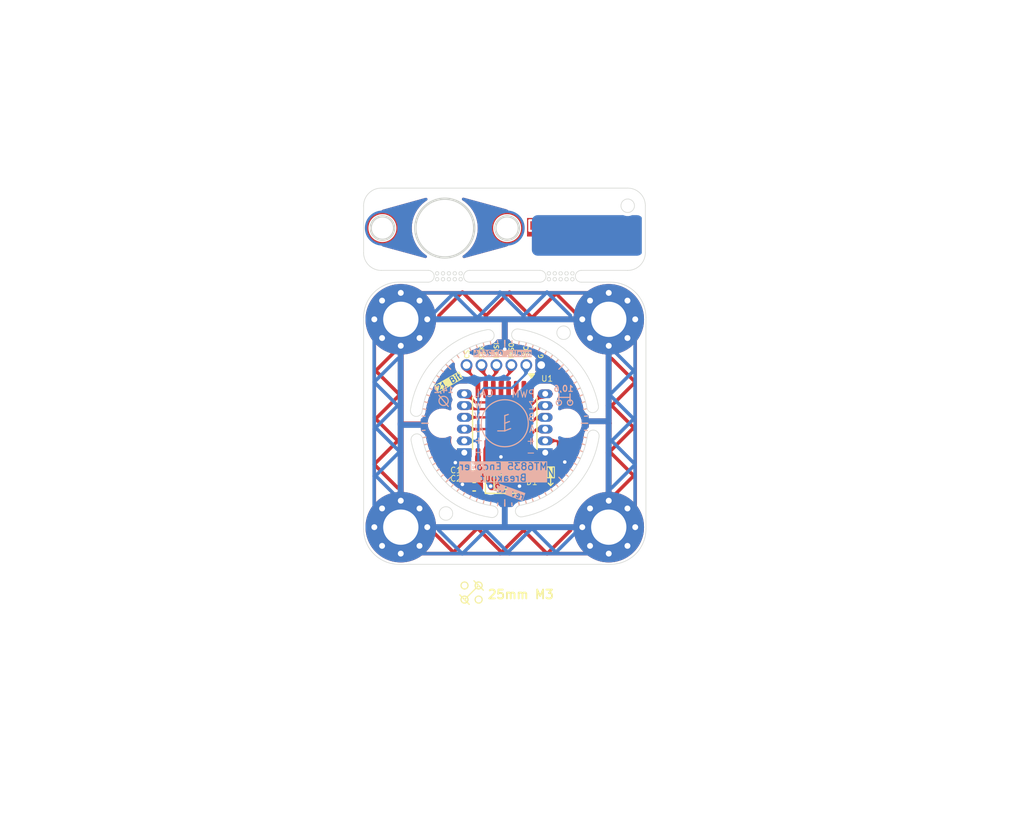
<source format=kicad_pcb>
(kicad_pcb (version 20240108) (generator "pcbnew") (generator_version "8.0")
  (title_block (title "MT6835 Breakout (eg. for Hoverboard Motors)") (date "2024-07-08") (rev "1.1") (company "mcells"))
  (layers (0 "F.Cu" signal) (31 "B.Cu" signal) (34 "B.Paste" user) (35 "F.Paste" user) (36 "B.SilkS" user "B.Silkscreen") (37 "F.SilkS" user "F.Silkscreen") (38 "B.Mask" user) (39 "F.Mask" user) (44 "Edge.Cuts" user))
  (net 0 "")
  (net 1 "GND")
  (net 2 "Net-(D1-A1)")
  (net 3 "unconnected-(U1-CSN-Pad8)")
  (net 4 "unconnected-(U1-U-Pad1)")
  (net 5 "unconnected-(U1-B-Pad15)")
  (net 6 "unconnected-(U1-V-Pad2)")
  (net 7 "unconnected-(U1-CAL_EN-Pad4)")
  (net 8 "unconnected-(U1-PWM_OUT-Pad10)")
  (net 9 "unconnected-(U1-MOSI-Pad6)")
  (net 10 "unconnected-(U1-SCK-Pad7)")
  (net 11 "unconnected-(U1-Z-Pad14)")
  (net 12 "unconnected-(U1-A-Pad16)")
  (net 13 "unconnected-(U1-MISO-Pad5)")
  (net 14 "unconnected-(U1-W-Pad3)")
  (footprint "Package_SO:TSSOP-16_4.4x5mm_P0.65mm" (layer "F.Cu") (at 150 90 -90)
    (property "Reference" "U1")
    (property "Value" "MT6835")
  )
  (footprint "MountingHole:MountingHole_2.1mm" (layer "F.Cu") (at 144.7 90)
    (property "Reference" "REF**" (hide yes))
    (property "Value" "MountingHole_2.1mm")
  )
  (footprint "MountingHole:MountingHole_3mm_Pad_Via" (layer "F.Cu") (at 158.838835 98.838835 45)
    (property "Reference" "REF**" (hide yes))
    (property "Value" "MountingHole_3mm_Pad_Via")
  )
  (footprint "MountingHole:MountingHole_3mm_Pad_Via" (layer "F.Cu") (at 141.161165 81.161165 45)
    (property "Reference" "REF**" (hide yes))
    (property "Value" "MountingHole_3mm_Pad_Via")
  )
  (footprint "MountingHole:MountingHole_3mm_Pad_Via" (layer "F.Cu") (at 158.838835 81.161165 45)
    (property "Reference" "REF**" (hide yes))
    (property "Value" "MountingHole_3mm_Pad_Via")
  )
  (footprint "Diode_SMD:D_SOD-882D" (layer "F.Cu") (at 150 95)
    (property "Reference" "D1")
    (property "Value" "BDFN2A051U")
  )
  (footprint "MountingHole:MountingHole_3mm_Pad_Via" (layer "F.Cu") (at 141.161165 98.838835 45)
    (property "Reference" "REF**" (hide yes))
    (property "Value" "MountingHole_3mm_Pad_Via")
  )
  (footprint "Diode_SMD:D_0805_2012Metric" (layer "F.Cu") (at 150.0375 95)
    (property "Reference" "REF**" (hide yes))
    (property "Value" "D_0805_2012Metric")
  )
  (footprint "MountingHole:MountingHole_2.1mm" (layer "F.Cu") (at 155.3 90)
    (property "Reference" "REF**" (hide yes))
    (property "Value" "MountingHole_2.1mm")
  )
  (footprint "Capacitor_SMD:C_0402_1005Metric" (layer "F.Cu") (at 147.4 94.4)
    (property "Reference" "C1")
    (property "Value" "0.1µF")
  )
  (footprint "Capacitor_SMD:C_0402_1005Metric" (layer "F.Cu") (at 147.4 95.4)
    (property "Reference" "C2")
    (property "Value" "0.1µF")
  )
  (footprint "Connector_PinHeader_1.00mm:PinHeader_1x06_P1.00mm_Vertical" (layer "B.Cu") (at 153.44 92.5)
    (property "Reference" "J2" (hide yes))
    (property "Value" "PinHeader_1x06_P1.00mm_Vertical")
  )
  (footprint "Connector_PinHeader_1.00mm:PinHeader_1x06_P1.00mm_Vertical" (layer "B.Cu") (at 146.56 92.5)
    (property "Reference" "J3" (hide yes))
    (property "Value" "PinHeader_1x06_P1.00mm_Vertical")
  )
  (footprint "Connector_PinHeader_1.27mm:PinHeader_1x06_P1.27mm_Vertical" (layer "B.Cu") (at 153.1 85.05 90)
    (property "Reference" "J1" (hide yes))
    (property "Value" "PinHeader_1x06_P1.27mm_Vertical")
  )
  (gr_circle (center 150.2 73.4) (end 151.50384 73.4) (stroke (width 0.23)) (fill none) (layer "F.Cu") (net 1))
  (gr_circle (center 139.6 73.4) (end 140.90384 73.4) (stroke (width 0.23)) (fill none) (layer "F.Cu") (net 1))
  (gr_circle (center 139.6 73.4) (end 140.992839 73.4) (stroke (width 0.2)) (fill none) (layer "B.Cu") (net 1))
  (gr_circle (center 150.2 73.4) (end 151.592839 73.4) (stroke (width 0.2)) (fill none) (layer "B.Cu") (net 1))
  (gr_line (start 155.400613 85.468347) (end 155.209102 85.629044) (stroke (width 0.1)) (layer "B.SilkS"))
  (gr_line (start 145.468347 95.400613) (end 145.629044 95.209102) (stroke (width 0.1)) (layer "B.SilkS"))
  (gr_circle (center 155.55 88.25) (end 155.75 88.35) (stroke (width 0.1)) (fill none) (layer "B.SilkS"))
  (gr_line (start 145.014897 85.014897) (end 145.191674 85.191674) (stroke (width 0.1)) (layer "B.SilkS"))
  (gr_line (start 150 97.05) (end 150 96.8) (stroke (width 0.1)) (layer "B.SilkS"))
  (gr_line (start 156.624833 87.588758) (end 156.38991 87.674263) (stroke (width 0.1)) (layer "B.SilkS"))
  (gr_line (start 143.057105 88.77578) (end 143.303307 88.819192) (stroke (width 0.1)) (layer "B.SilkS"))
  (gr_line (start 150.614448 82.976827) (end 150.592659 83.225876) (stroke (width 0.1)) (layer "B.SilkS"))
  (gr_line (start 155.775022 94.043714) (end 155.570234 93.90032) (stroke (width 0.1)) (layer "B.SilkS"))
  (gr_line (start 156.942895 88.77578) (end 156.696693 88.819192) (stroke (width 0.1)) (layer "B.SilkS"))
  (gr_line (start 145.956286 84.224978) (end 146.09968 84.429766) (stroke (width 0.1)) (layer "B.SilkS"))
  (gr_line (start 151.22422 83.057105) (end 151.180808 83.303307) (stroke (width 0.1)) (layer "B.SilkS"))
  (gr_line (start 145.468347 84.599387) (end 145.629044 84.790898) (stroke (width 0.1)) (layer "B.SilkS"))
  (gr_line (start 150 97.05) (end 150 96.5) (stroke (width 0.1)) (layer "B.SilkS"))
  (gr_line (start 157.05 90) (end 156.5 90) (stroke (width 0.1)) (layer "B.SilkS"))
  (gr_line (start 151.824674 96.809777) (end 151.759969 96.568296) (stroke (width 0.1)) (layer "B.SilkS"))
  (gr_line (start 154.043714 95.775022) (end 153.90032 95.570234) (stroke (width 0.1)) (layer "B.SilkS"))
  (gr_line (start 143.375167 87.588758) (end 143.61009 87.674263) (stroke (width 0.1)) (layer "B.SilkS"))
  (gr_line (start 156.809777 91.824674) (end 156.568296 91.759969) (stroke (width 0.1)) (layer "B.SilkS"))
  (gr_line (start 153.525 96.105479) (end 153.4 95.888973) (stroke (width 0.1)) (layer "B.SilkS"))
  (gr_line (start 145.014897 94.985103) (end 145.191674 94.808326) (stroke (width 0.1)) (layer "B.SilkS"))
  (gr_circle (center 144.8 88.1) (end 145.1 87.85) (stroke (width 0.1)) (fill none) (layer "B.SilkS"))
  (gr_line (start 147.020541 96.38947) (end 147.126196 96.162893) (stroke (width 0.1)) (layer "B.SilkS"))
  (gr_line (start 156.809777 88.175326) (end 156.568296 88.240031) (stroke (width 0.1)) (layer "B.SilkS"))
  (gr_line (start 154.985103 94.985103) (end 154.596194 94.596194) (stroke (width 0.1)) (layer "B.SilkS"))
  (gr_line (start 150 89.35) (end 150 90.65) (stroke (width 0.1)) (layer "B.SilkS"))
  (gr_line (start 142.976827 90.614448) (end 143.225876 90.592659) (stroke (width 0.1)) (layer "B.SilkS"))
  (gr_line (start 156.942895 91.22422) (end 156.696693 91.180808) (stroke (width 0.1)) (layer "B.SilkS"))
  (gr_line (start 155.400613 94.531653) (end 155.209102 94.370956) (stroke (width 0.1)) (layer "B.SilkS"))
  (gr_line (start 143.61053 92.979459) (end 143.837107 92.873804) (stroke (width 0.1)) (layer "B.SilkS"))
  (gr_line (start 154.985103 85.014897) (end 154.596194 85.403806) (stroke (width 0.1)) (layer "B.SilkS"))
  (gr_line (start 142.95 90) (end 143.5 90) (stroke (width 0.1)) (layer "B.SilkS"))
  (gr_line (start 151.22422 96.942895) (end 151.180808 96.696693) (stroke (width 0.1)) (layer "B.SilkS"))
  (gr_line (start 144.599387 94.531653) (end 144.790898 94.370956) (stroke (width 0.1)) (layer "B.SilkS"))
  (gr_line (start 150 82.95) (end 150 83.2) (stroke (width 0.1)) (layer "B.SilkS"))
  (gr_line (start 154.531653 84.599387) (end 154.370956 84.790898) (stroke (width 0.1)) (layer "B.SilkS"))
  (gr_line (start 142.976827 89.385552) (end 143.225876 89.407341) (stroke (width 0.1)) (layer "B.SilkS"))
  (gr_line (start 154.985103 85.014897) (end 154.808326 85.191674) (stroke (width 0.1)) (layer "B.SilkS"))
  (gr_line (start 157.023173 89.385552) (end 156.774124 89.407341) (stroke (width 0.1)) (layer "B.SilkS"))
  (gr_line (start 152.979459 96.38947) (end 152.873804 96.162893) (stroke (width 0.1)) (layer "B.SilkS"))
  (gr_line (start 153.525 83.894521) (end 153.4 84.111027) (stroke (width 0.1)) (layer "B.SilkS"))
  (gr_line (start 150.614448 97.023173) (end 150.592659 96.774124) (stroke (width 0.1)) (layer "B.SilkS"))
  (gr_line (start 143.894521 86.475) (end 144.111027 86.6) (stroke (width 0.1)) (layer "B.SilkS"))
  (gr_line (start 157.023173 90.614448) (end 156.774124 90.592659) (stroke (width 0.1)) (layer "B.SilkS"))
  (gr_line (start 151.824674 83.190223) (end 151.759969 83.431704) (stroke (width 0.1)) (layer "B.SilkS"))
  (gr_line (start 155.55 88.2) (end 155.55 87.5) (stroke (width 0.1)) (layer "B.SilkS"))
  (gr_line (start 150 90) (end 150.4 89.85) (stroke (width 0.1)) (layer "B.SilkS"))
  (gr_circle (center 150 90) (end 152 90) (stroke (width 0.1)) (fill none) (layer "B.SilkS"))
  (gr_line (start 154.531653 95.400613) (end 154.370956 95.209102) (stroke (width 0.1)) (layer "B.SilkS"))
  (gr_line (start 150 89.35) (end 150.3 89.25) (stroke (width 0.1)) (layer "B.SilkS"))
  (gr_line (start 149.385552 97.023173) (end 149.407341 96.774124) (stroke (width 0.1)) (layer "B.SilkS"))
  (gr_line (start 146.475 96.105479) (end 146.6 95.888973) (stroke (width 0.1)) (layer "B.SilkS"))
  (gr_line (start 148.175326 83.190223) (end 148.240031 83.431704) (stroke (width 0.1)) (layer "B.SilkS"))
  (gr_line (start 154.6 87.5) (end 154.6 88.2) (stroke (width 0.1)) (layer "B.SilkS"))
  (gr_line (start 156.105479 86.475) (end 155.888973 86.6) (stroke (width 0.1)) (layer "B.SilkS"))
  (gr_line (start 143.190223 91.824674) (end 143.431704 91.759969) (stroke (width 0.1)) (layer "B.SilkS"))
  (gr_line (start 147.020541 83.61053) (end 147.126196 83.837107) (stroke (width 0.1)) (layer "B.SilkS"))
  (gr_line (start 154.985103 94.985103) (end 154.808326 94.808326) (stroke (width 0.1)) (layer "B.SilkS"))
  (gr_line (start 152.411242 83.375167) (end 152.325737 83.61009) (stroke (width 0.1)) (layer "B.SilkS"))
  (gr_line (start 143.190223 88.175326) (end 143.431704 88.240031) (stroke (width 0.1)) (layer "B.SilkS"))
  (gr_line (start 145.014897 94.985103) (end 145.403806 94.596194) (stroke (width 0.1)) (layer "B.SilkS"))
  (gr_line (start 144.224978 94.043714) (end 144.429766 93.90032) (stroke (width 0.1)) (layer "B.SilkS"))
  (gr_line (start 156.38947 87.020541) (end 156.162893 87.126196) (stroke (width 0.1)) (layer "B.SilkS"))
  (gr_line (start 157.05 90) (end 156.8 90) (stroke (width 0.1)) (layer "B.SilkS"))
  (gr_line (start 144.599387 85.468347) (end 144.790898 85.629044) (stroke (width 0.1)) (layer "B.SilkS"))
  (gr_line (start 155.775022 85.956286) (end 155.570234 86.09968) (stroke (width 0.1)) (layer "B.SilkS"))
  (gr_line (start 154.043714 84.224978) (end 153.90032 84.429766) (stroke (width 0.1)) (layer "B.SilkS"))
  (gr_line (start 145.956286 95.775022) (end 146.09968 95.570234) (stroke (width 0.1)) (layer "B.SilkS"))
  (gr_line (start 148.77578 83.057105) (end 148.819192 83.303307) (stroke (width 0.1)) (layer "B.SilkS"))
  (gr_line (start 152.979459 83.61053) (end 152.873804 83.837107) (stroke (width 0.1)) (layer "B.SilkS"))
  (gr_line (start 150 90.65) (end 149.4 90.65) (stroke (width 0.1)) (layer "B.SilkS"))
  (gr_line (start 156.38947 92.979459) (end 156.162893 92.873804) (stroke (width 0.1)) (layer "B.SilkS"))
  (gr_line (start 144.224978 85.956286) (end 144.429766 86.09968) (stroke (width 0.1)) (layer "B.SilkS"))
  (gr_line (start 152.411242 96.624833) (end 152.325737 96.38991) (stroke (width 0.1)) (layer "B.SilkS"))
  (gr_line (start 148.77578 96.942895) (end 148.819192 96.696693) (stroke (width 0.1)) (layer "B.SilkS"))
  (gr_line (start 156.624833 92.411242) (end 156.38991 92.325737) (stroke (width 0.1)) (layer "B.SilkS"))
  (gr_line (start 146.475 83.894521) (end 146.6 84.111027) (stroke (width 0.1)) (layer "B.SilkS"))
  (gr_line (start 147.588758 83.375167) (end 147.674263 83.61009) (stroke (width 0.1)) (layer "B.SilkS"))
  (gr_line (start 150 90.65) (end 150.5 90.45) (stroke (width 0.1)) (layer "B.SilkS"))
  (gr_line (start 143.057105 91.22422) (end 143.303307 91.180808) (stroke (width 0.1)) (layer "B.SilkS"))
  (gr_line (start 149.385552 82.976827) (end 149.407341 83.225876) (stroke (width 0.1)) (layer "B.SilkS"))
  (gr_line (start 150 82.95) (end 150 83.5) (stroke (width 0.1)) (layer "B.SilkS"))
  (gr_line (start 148.175326 96.809777) (end 148.240031 96.568296) (stroke (width 0.1)) (layer "B.SilkS"))
  (gr_line (start 154.6 87.8) (end 155.55 87.8) (stroke (width 0.1)) (layer "B.SilkS"))
  (gr_line (start 156.105479 93.525) (end 155.888973 93.4) (stroke (width 0.1)) (layer "B.SilkS"))
  (gr_line (start 145.014897 85.014897) (end 145.403806 85.403806) (stroke (width 0.1)) (layer "B.SilkS"))
  (gr_line (start 144.4 87.625) (end 145.2 88.575) (stroke (width 0.1)) (layer "B.SilkS"))
  (gr_circle (center 154.6 88.25) (end 154.8 88.35) (stroke (width 0.1)) (fill none) (layer "B.SilkS"))
  (gr_line (start 143.894521 93.525) (end 144.111027 93.4) (stroke (width 0.1)) (layer "B.SilkS"))
  (gr_line (start 142.95 90) (end 143.2 90) (stroke (width 0.1)) (layer "B.SilkS"))
  (gr_line (start 143.61053 87.020541) (end 143.837107 87.126196) (stroke (width 0.1)) (layer "B.SilkS"))
  (gr_line (start 143.375167 92.411242) (end 143.61009 92.325737) (stroke (width 0.1)) (layer "B.SilkS"))
  (gr_line (start 147.588758 96.624833) (end 147.674263 96.38991) (stroke (width 0.1)) (layer "B.SilkS"))
  (gr_line (start 146.57857 105) (end 146.97857 105.4) (stroke (width 0.1)) (layer "F.SilkS"))
  (gr_line (start 146.87857 105.3) (end 146.57857 105) (stroke (width 0.1)) (layer "F.SilkS"))
  (gr_line (start 146.17857 104.6) (end 146.57857 105) (stroke (width 0.1)) (layer "F.SilkS"))
  (gr_circle (center 146.57857 103.8) (end 146.27857 103.8) (stroke (width 0.1)) (fill none) (layer "F.SilkS"))
  (gr_circle (center 146.57857 105) (end 146.27857 105) (stroke (width 0.1)) (fill none) (layer "F.SilkS"))
  (gr_line (start 147.37857 103.4) (end 147.77857 103.8) (stroke (width 0.1)) (layer "F.SilkS"))
  (gr_circle (center 147.77857 103.8) (end 147.47857 103.8) (stroke (width 0.1)) (fill none) (layer "F.SilkS"))
  (gr_line (start 148.17857 104.2) (end 147.77857 103.8) (stroke (width 0.1)) (layer "F.SilkS"))
  (gr_line (start 153.9 94.4) (end 153.9 95.3) (stroke (width 0.1)) (layer "F.SilkS"))
  (gr_line (start 146.57857 105) (end 147.77857 103.8) (stroke (width 0.1)) (layer "F.SilkS"))
  (gr_line (start 153.7 95.1) (end 153.9 95.3) (stroke (width 0.1)) (layer "F.SilkS"))
  (gr_line (start 147.77857 103.8) (end 147.67857 103.7) (stroke (width 0.1)) (layer "F.SilkS"))
  (gr_line (start 153.9 95.3) (end 154.1 95.1) (stroke (width 0.1)) (layer "F.SilkS"))
  (gr_line (start 153.9 95.3) (end 153.7 95.1) (stroke (width 0.1)) (layer "F.SilkS"))
  (gr_circle (center 147.77857 105) (end 147.47857 105) (stroke (width 0.1)) (fill none) (layer "F.SilkS"))
  (gr_arc (start 139.5 77) (mid 138.43934 76.56066) (end 138 75.5) (stroke (width 0.05)) (layer "Edge.Cuts"))
  (gr_line (start 139.5 70) (end 160.45 70) (stroke (width 0.05)) (layer "Edge.Cuts"))
  (gr_line (start 138 99) (end 138 81) (stroke (width 0.05)) (layer "Edge.Cuts"))
  (gr_arc (start 147 78) (mid 146.5 77.5) (end 147 77) (stroke (width 0.05)) (layer "Edge.Cuts"))
  (gr_line (start 141 78) (end 143.5 78) (stroke (width 0.05)) (layer "Edge.Cuts"))
  (gr_circle (center 145 97.676) (end 145.576 97.676) (stroke (width 0.05)) (fill none) (layer "Edge.Cuts"))
  (gr_circle (center 145.75 77.25) (end 145.75 77.4) (stroke (width 0.05)) (fill none) (layer "Edge.Cuts"))
  (gr_circle (center 154.25 77.75) (end 154.25 77.9) (stroke (width 0.05)) (fill none) (layer "Edge.Cuts"))
  (gr_circle (center 146.25 77.25) (end 146.25 77.4) (stroke (width 0.05)) (fill none) (layer "Edge.Cuts"))
  (gr_circle (center 153.75 77.75) (end 153.75 77.9) (stroke (width 0.05)) (fill none) (layer "Edge.Cuts"))
  (gr_circle (center 146.25 77.75) (end 146.25 77.9) (stroke (width 0.05)) (fill none) (layer "Edge.Cuts"))
  (gr_circle (center 144.25 77.25) (end 144.25 77.4) (stroke (width 0.05)) (fill none) (layer "Edge.Cuts"))
  (gr_line (start 159 102) (end 141 102) (stroke (width 0.05)) (layer "Edge.Cuts"))
  (gr_circle (center 154.25 77.25) (end 154.25 77.4) (stroke (width 0.05)) (fill none) (layer "Edge.Cuts"))
  (gr_line (start 153 78) (end 147 78) (stroke (width 0.05)) (layer "Edge.Cuts"))
  (gr_circle (center 145.75 77.75) (end 145.75 77.9) (stroke (width 0.05)) (fill none) (layer "Edge.Cuts"))
  (gr_circle (center 144.75 77.25) (end 144.75 77.4) (stroke (width 0.05)) (fill none) (layer "Edge.Cuts"))
  (gr_circle (center 153.75 77.25) (end 153.75 77.4) (stroke (width 0.05)) (fill none) (layer "Edge.Cuts"))
  (gr_circle (center 144.75 77.75) (end 144.75 77.9) (stroke (width 0.05)) (fill none) (layer "Edge.Cuts"))
  (gr_arc (start 162 99) (mid 161.12132 101.12132) (end 159 102) (stroke (width 0.05)) (layer "Edge.Cuts"))
  (gr_circle (center 155 82.3) (end 155.576 82.3) (stroke (width 0.05)) (fill none) (layer "Edge.Cuts"))
  (gr_line (start 147 77) (end 153 77) (stroke (width 0.05)) (layer "Edge.Cuts"))
  (gr_poly (pts (xy 142.971861 88.991978) (xy 142.936624 89.117658) (xy 142.870059 89.229935) (xy 142.776703 89.321158) (xy 142.662917 89.385111) (xy 142.536457 89.417434) (xy 142.405939 89.415926) (xy 142.280259 89.380689) (xy 142.167982 89.314124) (xy 142.076759 89.220768) (xy 142.012806 89.106982) (xy 141.980483 88.980522) (xy 141.981991 88.850004) (xy 142.07433 88.328261) (xy 142.200582 87.813671) (xy 142.360207 87.308436) (xy 142.552522 86.814718) (xy 142.776704 86.334629) (xy 143.031793 85.870224) (xy 143.316699 85.42349) (xy 143.630202 84.996338) (xy 143.970961 84.590597) (xy 144.337517 84.208002) (xy 144.728303 83.85019) (xy 145.141645 83.518693) (xy 145.575776 83.214928) (xy 146.028838 82.940196) (xy 146.498892 82.695673) (xy 146.983927 82.482403) (xy 147.481867 82.301301) (xy 147.990582 82.153141) (xy 148.507895 82.038557) (xy 148.507895 82.038556) (xy 148.638229 82.031464) (xy 148.765957 82.058345) (xy 148.882375 82.117369) (xy 148.97955 82.204513) (xy 149.05086 82.313839) (xy 149.091444 82.437895) (xy 149.098536 82.568229) (xy 149.071655 82.695957) (xy 149.012631 82.812375) (xy 148.925487 82.90955) (xy 148.816161 82.98086) (xy 148.692105 83.021444) (xy 148.451041 83.066625) (xy 147.976297 83.190037) (xy 147.511201 83.345915) (xy 147.057969 83.533516) (xy 146.618764 83.751944) (xy 146.195678 84.000159) (xy 145.790728 84.276977) (xy 145.405846 84.581078) (xy 145.042865 84.911014) (xy 144.703517 85.265211) (xy 144.389419 85.641979) (xy 144.102068 86.039525) (xy 143.842835 86.455951) (xy 143.612955 86.889272) (xy 143.413525 87.337424) (xy 143.245494 87.798269) (xy 143.109665 88.26961) (xy 143.006684 88.749201) (xy 142.971862 88.991978)) (stroke (width 0.05)) (fill none) (layer "Edge.Cuts"))
  (gr_circle (center 155.75 77.25) (end 155.75 77.4) (stroke (width 0.05)) (fill none) (layer "Edge.Cuts"))
  (gr_circle (center 154.75 77.75) (end 154.75 77.9) (stroke (width 0.05)) (fill none) (layer "Edge.Cuts"))
  (gr_line (start 161.95 71.5) (end 161.95 75.5) (stroke (width 0.05)) (layer "Edge.Cuts"))
  (gr_arc (start 138 81) (mid 138.87868 78.87868) (end 141 78) (stroke (width 0.05)) (layer "Edge.Cuts"))
  (gr_line (start 139.5 77) (end 143.5 77) (stroke (width 0.05)) (layer "Edge.Cuts"))
  (gr_arc (start 143.5 77) (mid 144 77.5) (end 143.5 78) (stroke (width 0.05)) (layer "Edge.Cuts"))
  (gr_circle (center 155.25 77.25) (end 155.25 77.4) (stroke (width 0.05)) (fill none) (layer "Edge.Cuts"))
  (gr_arc (start 141 102) (mid 138.87868 101.12132) (end 138 99) (stroke (width 0.05)) (layer "Edge.Cuts"))
  (gr_circle (center 144.25 77.75) (end 144.25 77.9) (stroke (width 0.05)) (fill none) (layer "Edge.Cuts"))
  (gr_circle (center 144.9 73.4) (end 147.4 73.4) (stroke (width 0.2)) (fill none) (layer "Edge.Cuts"))
  (gr_line (start 162 81) (end 162 99) (stroke (width 0.05)) (layer "Edge.Cuts"))
  (gr_line (start 156.5 78) (end 159 78) (stroke (width 0.05)) (layer "Edge.Cuts"))
  (gr_arc (start 159 78) (mid 161.12132 78.87868) (end 162 81) (stroke (width 0.05)) (layer "Edge.Cuts"))
  (gr_line (start 160.45 77) (end 156.5 77) (stroke (width 0.05)) (layer "Edge.Cuts"))
  (gr_circle (center 154.75 77.25) (end 154.75 77.4) (stroke (width 0.05)) (fill none) (layer "Edge.Cuts"))
  (gr_poly (pts (xy 151.008022 82.971861) (xy 150.882342 82.936624) (xy 150.770065 82.870059) (xy 150.678842 82.776703) (xy 150.614889 82.662917) (xy 150.582566 82.536457) (xy 150.584074 82.405939) (xy 150.619311 82.280259) (xy 150.685876 82.167982) (xy 150.779232 82.076759) (xy 150.893018 82.012806) (xy 151.019478 81.980483) (xy 151.149996 81.981991) (xy 151.671739 82.07433) (xy 152.186329 82.200582) (xy 152.691564 82.360207) (xy 153.185282 82.552522) (xy 153.665371 82.776704) (xy 154.129776 83.031793) (xy 154.57651 83.316699) (xy 155.003662 83.630202) (xy 155.409403 83.970961) (xy 155.791998 84.337517) (xy 156.14981 84.728303) (xy 156.481307 85.141645) (xy 156.785072 85.575776) (xy 157.059804 86.028838) (xy 157.304327 86.498892) (xy 157.517597 86.983927) (xy 157.698699 87.481867) (xy 157.846859 87.990582) (xy 157.961443 88.507895) (xy 157.961444 88.507895) (xy 157.968536 88.638229) (xy 157.941655 88.765957) (xy 157.882631 88.882375) (xy 157.795487 88.97955) (xy 157.686161 89.05086) (xy 157.562105 89.091444) (xy 157.431771 89.098536) (xy 157.304043 89.071655) (xy 157.187625 89.012631) (xy 157.09045 88.925487) (xy 157.01914 88.816161) (xy 156.978556 88.692105) (xy 156.933375 88.451041) (xy 156.809963 87.976297) (xy 156.654085 87.511201) (xy 156.466484 87.057969) (xy 156.248056 86.618764) (xy 155.999841 86.195678) (xy 155.723023 85.790728) (xy 155.418922 85.405846) (xy 155.088986 85.042865) (xy 154.734789 84.703517) (xy 154.358021 84.389419) (xy 153.960475 84.102068) (xy 153.544049 83.842835) (xy 153.110728 83.612955) (xy 152.662576 83.413525) (xy 152.201731 83.245494) (xy 151.73039 83.109665) (xy 151.250799 83.006684) (xy 151.008022 82.971862)) (stroke (width 0.05)) (fill none) (layer "Edge.Cuts"))
  (gr_arc (start 156.5 78) (mid 156 77.5) (end 156.5 77) (stroke (width 0.05)) (layer "Edge.Cuts"))
  (gr_circle (center 155.75 77.75) (end 155.75 77.9) (stroke (width 0.05)) (fill none) (layer "Edge.Cuts"))
  (gr_arc (start 160.45 70) (mid 161.51066 70.43934) (end 161.95 71.5) (stroke (width 0.05)) (layer "Edge.Cuts"))
  (gr_arc (start 153 77) (mid 153.5 77.5) (end 153 78) (stroke (width 0.05)) (layer "Edge.Cuts"))
  (gr_circle (center 139.6 73.4) (end 140.6 73.4) (stroke (width 0.2)) (fill none) (layer "Edge.Cuts"))
  (gr_poly (pts (xy 157.028139 91.008022) (xy 157.063376 90.882342) (xy 157.129941 90.770065) (xy 157.223297 90.678842) (xy 157.337083 90.614889) (xy 157.463543 90.582566) (xy 157.594061 90.584074) (xy 157.719741 90.619311) (xy 157.832018 90.685876) (xy 157.923241 90.779232) (xy 157.987194 90.893018) (xy 158.019517 91.019478) (xy 158.018009 91.149996) (xy 157.92567 91.671739) (xy 157.799418 92.186329) (xy 157.639793 92.691564) (xy 157.447478 93.185282) (xy 157.223296 93.665371) (xy 156.968207 94.129776) (xy 156.683301 94.57651) (xy 156.369798 95.003662) (xy 156.029039 95.409403) (xy 155.662483 95.791998) (xy 155.271697 96.14981) (xy 154.858355 96.481307) (xy 154.424224 96.785072) (xy 153.971162 97.059804) (xy 153.501108 97.304327) (xy 153.016073 97.517597) (xy 152.518133 97.698699) (xy 152.009418 97.846859) (xy 151.492105 97.961443) (xy 151.492105 97.961444) (xy 151.361771 97.968536) (xy 151.234043 97.941655) (xy 151.117625 97.882631) (xy 151.02045 97.795487) (xy 150.94914 97.686161) (xy 150.908556 97.562105) (xy 150.901464 97.431771) (xy 150.928345 97.304043) (xy 150.987369 97.187625) (xy 151.074513 97.09045) (xy 151.183839 97.01914) (xy 151.307895 96.978556) (xy 151.548959 96.933375) (xy 152.023703 96.809963) (xy 152.488799 96.654085) (xy 152.942031 96.466484) (xy 153.381236 96.248056) (xy 153.804322 95.999841) (xy 154.209272 95.723023) (xy 154.594154 95.418922) (xy 154.957135 95.088986) (xy 155.296483 94.734789) (xy 155.610581 94.358021) (xy 155.897932 93.960475) (xy 156.157165 93.544049) (xy 156.387045 93.110728) (xy 156.586475 92.662576) (xy 156.754506 92.201731) (xy 156.890335 91.73039) (xy 156.993316 91.250799) (xy 157.028138 91.008022)) (stroke (width 0.05)) (fill none) (layer "Edge.Cuts"))
  (gr_circle (center 145.25 77.75) (end 145.25 77.9) (stroke (width 0.05)) (fill none) (layer "Edge.Cuts"))
  (gr_circle (center 160.45 71.5) (end 161.026 71.5) (stroke (width 0.05)) (fill none) (layer "Edge.Cuts"))
  (gr_arc (start 161.95 75.5) (mid 161.51066 76.56066) (end 160.45 77) (stroke (width 0.05)) (layer "Edge.Cuts"))
  (gr_arc (start 138 71.5) (mid 138.43934 70.43934) (end 139.5 70) (stroke (width 0.05)) (layer "Edge.Cuts"))
  (gr_line (start 138 75.5) (end 138 71.5) (stroke (width 0.05)) (layer "Edge.Cuts"))
  (gr_circle (center 155.25 77.75) (end 155.25 77.9) (stroke (width 0.05)) (fill none) (layer "Edge.Cuts"))
  (gr_circle (center 150.2 73.4) (end 151.2 73.4) (stroke (width 0.2)) (fill none) (layer "Edge.Cuts"))
  (gr_circle (center 145.25 77.25) (end 145.25 77.4) (stroke (width 0.05)) (fill none) (layer "Edge.Cuts"))
  (gr_poly (pts (xy 148.991978 97.028139) (xy 149.117658 97.063376) (xy 149.229935 97.129941) (xy 149.321158 97.223297) (xy 149.385111 97.337083) (xy 149.417434 97.463543) (xy 149.415926 97.594061) (xy 149.380689 97.719741) (xy 149.314124 97.832018) (xy 149.220768 97.923241) (xy 149.106982 97.987194) (xy 148.980522 98.019517) (xy 148.850004 98.018009) (xy 148.328261 97.92567) (xy 147.813671 97.799418) (xy 147.308436 97.639793) (xy 146.814718 97.447478) (xy 146.334629 97.223296) (xy 145.870224 96.968207) (xy 145.42349 96.683301) (xy 144.996338 96.369798) (xy 144.590597 96.029039) (xy 144.208002 95.662483) (xy 143.85019 95.271697) (xy 143.518693 94.858355) (xy 143.214928 94.424224) (xy 142.940196 93.971162) (xy 142.695673 93.501108) (xy 142.482403 93.016073) (xy 142.301301 92.518133) (xy 142.153141 92.009418) (xy 142.038557 91.492105) (xy 142.038556 91.492105) (xy 142.031464 91.361771) (xy 142.058345 91.234043) (xy 142.117369 91.117625) (xy 142.204513 91.02045) (xy 142.313839 90.94914) (xy 142.437895 90.908556) (xy 142.568229 90.901464) (xy 142.695957 90.928345) (xy 142.812375 90.987369) (xy 142.90955 91.074513) (xy 142.98086 91.183839) (xy 143.021444 91.307895) (xy 143.066625 91.548959) (xy 143.190037 92.023703) (xy 143.345915 92.488799) (xy 143.533516 92.942031) (xy 143.751944 93.381236) (xy 144.000159 93.804322) (xy 144.276977 94.209272) (xy 144.581078 94.594154) (xy 144.911014 94.957135) (xy 145.265211 95.296483) (xy 145.641979 95.610581) (xy 146.039525 95.897932) (xy 146.455951 96.157165) (xy 146.889272 96.387045) (xy 147.337424 96.586475) (xy 147.798269 96.754506) (xy 148.26961 96.890335) (xy 148.749201 96.993316) (xy 148.991978 97.028138)) (stroke (width 0.05)) (fill none) (layer "Edge.Cuts"))
  (gr_text "Drill Template" (at 151.75 73.75 0) (layer "F.Cu" knockout) (effects (font (size 0.9 0.9) (thickness 0.18) (bold yes)) (justify left bottom)))
  (gr_text "rev 1.2" (at 151.6 96.6 340) (layer "B.SilkS" knockout) (effects (font (size 0.5 0.5) (thickness 0.1)) (justify left bottom mirror)))
  (gr_text "CAL\nW\nV\nU\n+\n-" (at 147.35 92.8 0) (layer "B.SilkS") (effects (font (size 0.62 0.62) (thickness 0.0775)) (justify right bottom mirror)))
  (gr_text "10,6" (at 155.9 87.35 0) (layer "B.SilkS") (effects (font (size 0.5 0.5) (thickness 0.1)) (justify left bottom mirror)))
  (gr_text "PWM\nZ\nB\nA\n+\n-" (at 152.65 92.85 0) (layer "B.SilkS") (effects (font (size 0.62 0.62) (thickness 0.0775)) (justify left bottom mirror)))
  (gr_text "MT6835 Encoder\nBreakout" (at 149.9 95 0) (layer "B.SilkS" knockout) (effects (font (size 0.6 0.6) (thickness 0.1)) (justify bottom mirror)))
  (gr_text "mcells, 07.2024" (at 152.35 84.3 0) (layer "B.SilkS" knockout) (effects (font (size 0.4 0.4) (thickness 0.075)) (justify left bottom mirror)))
  (gr_text "14,2" (at 145.7 87.45 0) (layer "B.SilkS") (effects (font (size 0.5 0.5) (thickness 0.1)) (justify left bottom mirror)))
  (gr_text "25mm M3" (at 148.47857 105 -0) (layer "F.SilkS") (effects (font (size 0.75 0.75) (thickness 0.15) (bold yes)) (justify left bottom)))
  (gr_text "CS\n\nSCK\n\nMOSI\n\nMISO\n\nVCC\n\nG" (at 153.3 84.55 90) (layer "F.SilkS") (effects (font (size 0.39 0.375) (thickness 0.075) (bold yes)) (justify left bottom)))
  (gr_text "N" (at 153.45 94.65 0) (layer "F.SilkS" knockout) (effects (font (size 0.75 0.75) (thickness 0.1)) (justify left bottom)))
  (gr_text "21 Bit" (at 144.3 87.4 30) (layer "F.SilkS" knockout) (effects (font (size 0.5 0.5) (thickness 0.1)) (justify left bottom)))
  (segment (start 158.838835 92.5) (end 158.838835 96.588835) (width 0.5) (layer "F.Cu") (net 1))
  (segment (start 153.6 101.1) (end 151.6 99.100002) (width 0.3) (layer "F.Cu") (net 1))
  (segment (start 158.838835 90) (end 158.676391 89.837556) (width 0.5) (layer "F.Cu") (net 1))
  (segment (start 138.9 93.5) (end 140.899998 91.5) (width 0.3) (layer "F.Cu") (net 1))
  (segment (start 161 94.5) (end 161.088835 94.5) (width 0.3) (layer "F.Cu") (net 1))
  (segment (start 154.4 79.011165) (end 156.488835 81.1) (width 0.3) (layer "F.Cu") (net 1))
  (segment (start 141.261165 90.1) (end 143.196 90.1) (width 0.5) (layer "F.Cu") (net 1))
  (segment (start 161.088835 90.5) (end 161.088835 86.5) (width 0.3) (layer "F.Cu") (net 1))
  (segment (start 141.161165 90) (end 141.261165 90.1) (width 0.5) (layer "F.Cu") (net 1))
  (segment (start 147.680583 98.930582) (end 145.6 101.011165) (width 0.3) (layer "F.Cu") (net 1))
  (segment (start 158.676391 89.837556) (end 158 89.837556) (width 0.5) (layer "F.Cu") (net 1))
  (segment (start 158.838835 90) (end 158.838835 92.5) (width 0.5) (layer "F.Cu") (net 1))
  (segment (start 158.838835 84.5) (end 158.838835 88.5) (width 0.5) (layer "F.Cu") (net 1))
  (segment (start 158.919417 92.419417) (end 161 94.5) (width 0.3) (layer "F.Cu") (net 1))
  (segment (start 159.088835 84.5) (end 161.088835 86.5) (width 0.3) (layer "F.Cu") (net 1))
  (segment (start 158 89.837556) (end 156.804 89.837556) (width 0.5) (layer "F.Cu") (net 1))
  (segment (start 141.161165 101.088835) (end 158.838835 101.088835) (width 0.3) (layer "F.Cu") (net 1))
  (segment (start 161.088835 90.5) (end 160.838835 90.5) (width 0.3) (layer "F.Cu") (net 1))
  (segment (start 139.061165 85.5) (end 141.15 83.411165) (width 0.3) (layer "F.Cu") (net 1))
  (segment (start 161.088835 98.838835) (end 161.088835 94.5) (width 0.3) (layer "F.Cu") (net 1))
  (segment (start 149.025 92.8625) (end 149.3625 92.8625) (width 0.5) (layer "F.Cu") (net 1))
  (segment (start 161.088835 94.5) (end 161.088835 90.5) (width 0.3) (layer "F.Cu") (net 1))
  (segment (start 151.6 99.100002) (end 149.6 101.1) (width 0.3) (layer "F.Cu") (net 1))
  (segment (start 146.4 78.85) (end 148.4 80.849999) (width 0.3) (layer "F.Cu") (net 1))
  (segment (start 158.838835 88.5) (end 158.838835 90) (width 0.5) (layer "F.Cu") (net 1))
  (segment (start 148.4 80.849999) (end 150.4 78.85) (width 0.3) (layer "F.Cu") (net 1))
  (segment (start 159.088835 88.5) (end 158.838835 88.5) (width 0.3) (layer "F.Cu") (net 1))
  (segment (start 150 81.161165) (end 150 83.7) (width 0.5) (layer "F.Cu") (net 1))
  (segment (start 149.6 100.85) (end 147.680583 98.930582) (width 0.3) (layer "F.Cu") (net 1))
  (segment (start 147.680583 98.930582) (end 147.6 98.85) (width 0.3) (layer "F.Cu") (net 1))
  (segment (start 152.319417 81.019418) (end 152.4 81.1) (width 0.3) (layer "F.Cu") (net 1))
  (segment (start 140.899998 91.5) (end 138.9 89.5) (width 0.3) (layer "F.Cu") (net 1))
  (segment (start 150.4 79.1) (end 152.319417 81.019418) (width 0.3) (layer "F.Cu") (net 1))
  (segment (start 160.92767 94.5) (end 158.838835 96.588835) (width 0.3) (layer "F.Cu") (net 1))
  (segment (start 141.161165 83.411165) (end 141.161165 90) (width 0.5) (layer "F.Cu") (net 1))
  (segment (start 143.196 90.104) (end 143.196 90.1) (width 0.5) (layer "F.Cu") (net 1))
  (segment (start 150 81.161165) (end 143.411165 81.161165) (width 0.5) (layer "F.Cu") (net 1))
  (segment (start 158.838835 83.411165) (end 158.838835 84.5) (width 0.5) (layer "F.Cu") (net 1))
  (segment (start 143.411165 98.838835) (end 156.588835 98.838835) (width 0.5) (layer "F.Cu") (net 1))
  (segment (start 161.088835 86.5) (end 161.088835 81.161165) (width 0.3) (layer "F.Cu") (net 1))
  (segment (start 161.088835 94.5) (end 160.92767 94.5) (width 0.3) (layer "F.Cu") (net 1))
  (segment (start 160.838835 90.5) (end 158.919417 92.419417) (width 0.3) (layer "F.Cu") (net 1))
  (segment (start 141.069418 87.580583) (end 141.15 87.5) (width 0.3) (layer "F.Cu") (net 1))
  (segment (start 139.15 89.5) (end 141.069418 87.580583) (width 0.3) (layer "F.Cu") (net 1))
  (segment (start 140.9 95.5) (end 138.9 93.5) (width 0.3) (layer "F.Cu") (net 1))
  (segment (start 144.4 80.85) (end 146.4 78.85) (width 0.3) (layer "F.Cu") (net 1))
  (segment (start 158.838835 78.911165) (end 141.161165 78.911165) (width 0.3) (layer "F.Cu") (net 1))
  (segment (start 149.3625 92.8625) (end 150.4 93.9) (width 0.5) (layer "F.Cu") (net 1))
  (segment (start 158.919417 92.419417) (end 158.838835 92.5) (width 0.3) (layer "F.Cu") (net 1))
  (segment (start 161.088835 86.5) (end 159.088835 88.5) (width 0.3) (layer "F.Cu") (net 1))
  (segment (start 145.6 100.938835) (end 143.511165 98.85) (width 0.3) (layer "F.Cu") (net 1))
  (segment (start 152.319417 81.019418) (end 154.4 78.938835) (width 0.3) (layer "F.Cu") (net 1))
  (segment (start 138.911165 81.161165) (end 138.911165 98.838835) (width 0.3) (layer "F.Cu") (net 1))
  (segment (start 141.069418 87.580583) (end 138.988835 85.5) (width 0.3) (layer "F.Cu") (net 1))
  (segment (start 155.6 99.1) (end 153.6 101.1) (width 0.3) (layer "F.Cu") (net 1))
  (segment (start 156.588835 81.161165) (end 150 81.161165) (width 0.5) (layer "F.Cu") (net 1))
  (segment (start 159.088835 88.5) (end 161.088835 90.5) (width 0.3) (layer "F.Cu") (net 1))
  (segment (start 150.4 93.9) (end 150.4 95) (width 0.5) (layer "F.Cu") (net 1))
  (segment (start 141.161165 90) (end 141.161165 96.588835) (width 0.5) (layer "F.Cu") (net 1))
  (via (at 145.8 93.35) (size 0.5) (drill 0.3) (layers "F.Cu" "B.Cu") (net 1))
  (via (at 150 83.7) (size 0.5) (drill 0.3) (layers "F.Cu" "B.Cu") (net 1))
  (via (at 151.25 95.35) (size 0.5) (drill 0.3) (layers "F.Cu" "B.Cu") (net 1))
  (via (at 149.675 92.8625) (size 0.5) (drill 0.3) (layers "F.Cu" "B.Cu") (net 1))
  (via (at 146.4 95.2) (size 0.5) (drill 0.3) (layers "F.Cu" "B.Cu") (net 1))
  (via (at 155.1 93.3) (size 0.5) (drill 0.3) (layers "F.Cu" "B.Cu") (net 1))
  (segment (start 150.388836 100.85) (end 152.308253 98.930582) (width 0.3) (layer "B.Cu") (net 1))
  (segment (start 143.057556 90.142444) (end 143.1 90.1) (width 0.5) (layer "B.Cu") (net 1))
  (segment (start 156.832444 89.832444) (end 156.8 89.8) (width 0.5) (layer "B.Cu") (net 1))
  (segment (start 138.900001 86.5) (end 140.900001 88.5) (width 0.3) (layer "B.Cu") (net 1))
  (segment (start 140.900001 88.5) (end 138.900001 90.5) (width 0.3) (layer "B.Cu") (net 1))
  (segment (start 141.150001 90.1) (end 141.192445 90.142444) (width 0.5) (layer "B.Cu") (net 1))
  (segment (start 159.088838 91.5) (end 161.088836 89.5) (width 0.3) (layer "B.Cu") (net 1))
  (segment (start 141.069419 92.419417) (end 138.988836 94.5) (width 0.3) (layer "B.Cu") (net 1))
  (segment (start 140.900001 84.5) (end 138.900001 86.5) (width 0.3) (layer "B.Cu") (net 1))
  (segment (start 139.150001 90.5) (end 141.069419 92.419417) (width 0.3) (layer "B.Cu") (net 1))
  (segment (start 160.838836 89.5) (end 158.919418 87.580583) (width 0.3) (layer "B.Cu") (net 1))
  (segment (start 143.400001 81.161165) (end 156.577671 81.161165) (width 0.5) (layer "B.Cu") (net 1))
  (segment (start 155.588836 80.85) (end 153.588836 78.85) (width 0.3) (layer "B.Cu") (net 1))
  (segment (start 161.077671 81.161165) (end 161.077671 98.838835) (width 0.3) (layer "B.Cu") (net 1))
  (segment (start 147.669419 81.019418) (end 145.588836 78.938835) (width 0.3) (layer "B.Cu") (net 1))
  (segment (start 152.308253 98.930582) (end 154.388836 101.011165) (width 0.3) (layer "B.Cu") (net 1))
  (segment (start 138.900001 94.5) (end 139.061166 94.5) (width 0.3) (layer "B.Cu") (net 1))
  (segment (start 158.827671 101.088835) (end 141.150001 101.088835) (width 0.3) (layer "B.Cu") (net 1))
  (segment (start 151.588836 80.849999) (end 149.588836 78.85) (width 0.3) (layer "B.Cu") (net 1))
  (segment (start 158.827671 89.8) (end 158.827671 96.588835) (width 0.5) (layer "B.Cu") (net 1))
  (segment (start 139.061166 94.5) (end 141.150001 96.588835) (width 0.3) (layer "B.Cu") (net 1))
  (segment (start 138.900001 86.5) (end 138.900001 81.161165) (width 0.3) (layer "B.Cu") (net 1))
  (segment (start 148.388836 99.100002) (end 150.388836 101.1) (width 0.3) (layer "B.Cu") (net 1))
  (segment (start 138.900001 98.838835) (end 138.900001 94.5) (width 0.3) (layer "B.Cu") (net 1))
  (segment (start 160.927671 85.5) (end 158.838836 83.411165) (width 0.3) (layer "B.Cu") (net 1))
  (segment (start 153.588836 78.85) (end 151.588836 80.849999) (width 0.3) (layer "B.Cu") (net 1))
  (segment (start 145.588836 79.011165) (end 143.500001 81.1) (width 0.3) (layer "B.Cu") (net 1))
  (segment (start 150 81.161165) (end 150 83.7) (width 0.5) (layer "B.Cu") (net 1))
  (segment (start 150 98.838835) (end 143.400001 98.838835) (width 0.5) (layer "B.Cu") (net 1))
  (segment (start 140.900001 88.5) (end 141.150001 88.5) (width 0.3) (layer "B.Cu") (net 1))
  (segment (start 138.900001 90.5) (end 138.900001 86.5) (width 0.3) (layer "B.Cu") (net 1))
  (segment (start 141.150001 84.5) (end 141.150001 88.5) (width 0.5) (layer "B.Cu") (net 1))
  (segment (start 161.088836 93.5) (end 159.088838 91.5) (width 0.3) (layer "B.Cu") (net 1))
  (segment (start 141.150001 83.411165) (end 141.150001 84.5) (width 0.5) (layer "B.Cu") (net 1))
  (segment (start 141.150001 90.1) (end 141.150001 92.5) (width 0.5) (layer "B.Cu") (net 1))
  (segment (start 158.827671 83.411165) (end 158.827671 89.8) (width 0.5) (layer "B.Cu") (net 1))
  (segment (start 156.577671 98.838835) (end 150 98.838835) (width 0.5) (layer "B.Cu") (net 1))
  (segment (start 138.988836 94.5) (end 138.900001 94.5) (width 0.3) (layer "B.Cu") (net 1))
  (segment (start 159.088836 95.5) (end 161.088836 93.5) (width 0.3) (layer "B.Cu") (net 1))
  (segment (start 150 98.838835) (end 150 97) (width 0.5) (layer "B.Cu") (net 1))
  (segment (start 146.388836 101.1) (end 148.388836 99.100002) (width 0.3) (layer "B.Cu") (net 1))
  (segment (start 158.827671 89.8) (end 158.795227 89.832444) (width 0.5) (layer "B.Cu") (net 1))
  (segment (start 158.919418 87.580583) (end 161.000001 85.5) (width 0.3) (layer "B.Cu") (net 1))
  (segment (start 138.900001 94.5) (end 138.900001 90.5) (width 0.3) (layer "B.Cu") (net 1))
  (segment (start 141.150001 78.911165) (end 158.827671 78.911165) (width 0.3) (layer "B.Cu") (net 1))
  (segment (start 138.900001 90.5) (end 139.150001 90.5) (width 0.3) (layer "B.Cu") (net 1))
  (segment (start 141.150001 88.5) (end 141.150001 90.1) (width 0.5) (layer "B.Cu") (net 1))
  (segment (start 141.192445 90.142444) (end 143.057556 90.142444) (width 0.5) (layer "B.Cu") (net 1))
  (segment (start 158.795227 89.832444) (end 156.832444 89.832444) (width 0.5) (layer "B.Cu") (net 1))
  (segment (start 141.150001 92.5) (end 141.150001 96.588835) (width 0.5) (layer "B.Cu") (net 1))
  (segment (start 141.069419 92.419417) (end 141.150001 92.5) (width 0.3) (layer "B.Cu") (net 1))
  (segment (start 149.588836 79.1) (end 147.669419 81.019418) (width 0.3) (layer "B.Cu") (net 1))
  (segment (start 154.388836 100.938835) (end 156.477671 98.85) (width 0.3) (layer "B.Cu") (net 1))
  (segment (start 144.388836 99.1) (end 146.388836 101.1) (width 0.3) (layer "B.Cu") (net 1))
  (segment (start 153.39896 91.5) (end 154 91.5) (width 0.2) (layer "F.Cu") (net 2))
  (segment (start 148.8 95.35) (end 148.8 95.194412) (width 0.5) (layer "F.Cu") (net 2))
  (segment (start 148.8 95.194412) (end 148.994412 95) (width 0.5) (layer "F.Cu") (net 2))
  (segment (start 147.725 93.730588) (end 147.725 92.8625) (width 0.5) (layer "F.Cu") (net 2))
  (segment (start 149.6 95) (end 148.994412 95) (width 0.5) (layer "F.Cu") (net 2))
  (segment (start 154.425 91.5) (end 153.6 91.5) (width 0.2) (layer "F.Cu") (net 2))
  (segment (start 154.525 91.6) (end 154.425 91.5) (width 0.2) (layer "F.Cu") (net 2))
  (segment (start 149.6 95) (end 149.6 95.154506) (width 0.2) (layer "F.Cu") (net 2))
  (segment (start 148 94.005588) (end 147.725 93.730588) (width 0.2) (layer "F.Cu") (net 2))
  (segment (start 147.88 94.4) (end 147.88 95.4) (width 0.5) (layer "F.Cu") (net 2))
  (segment (start 150.445494 96) (end 152.25 96) (width 0.2) (layer "F.Cu") (net 2))
  (segment (start 147.725 94.005) (end 147.725 93.730588) (width 0.2) (layer "F.Cu") (net 2))
  (segment (start 154.525 93.725) (end 154.525 91.6) (width 0.2) (layer "F.Cu") (net 2))
  (segment (start 148 94.5) (end 148 94.005588) (width 0.2) (layer "F.Cu") (net 2))
  (segment (start 152.25 96) (end 154.525 93.725) (width 0.2) (layer "F.Cu") (net 2))
  (segment (start 148.994412 95) (end 147.725 93.730588) (width 0.5) (layer "F.Cu") (net 2))
  (segment (start 149.6 95.154506) (end 150.445494 96) (width 0.2) (layer "F.Cu") (net 2))
  (via (at 148.8 95.35) (size 0.5) (drill 0.3) (layers "F.Cu" "B.Cu") (net 2))
  (segment (start 147.75 91.1) (end 147.75 91.3) (width 0.2) (layer "B.Cu") (net 2))
  (segment (start 147.75 91.3) (end 147.55 91.5) (width 0.2) (layer "B.Cu") (net 2))
  (segment (start 148.25 87) (end 150.6 87) (width 0.2) (layer "B.Cu") (net 2))
  (segment (start 147.55 91.5) (end 147.75 91.7) (width 0.2) (layer "B.Cu") (net 2))
  (segment (start 147.75 94.3) (end 147.75 91.7) (width 0.2) (layer "B.Cu") (net 2))
  (segment (start 150.6 87) (end 151.85 85.75) (width 0.2) (layer "B.Cu") (net 2))
  (segment (start 147.75 91.7) (end 147.75 91.1) (width 0.2) (layer "B.Cu") (net 2))
  (segment (start 147.75 87.5) (end 148.25 87) (width 0.2) (layer "B.Cu") (net 2))
  (segment (start 147.75 91.1) (end 147.75 87.5) (width 0.2) (layer "B.Cu") (net 2))
  (segment (start 148.8 95.35) (end 147.75 94.3) (width 0.2) (layer "B.Cu") (net 2))
  (segment (start 146 91.5) (end 147.55 91.5) (width 0.2) (layer "B.Cu") (net 2))
  (segment (start 151.85 85.75) (end 151.85 84.9) (width 0.2) (layer "B.Cu") (net 2))
  (segment (start 146.85 85.56) (end 146.85 84.9) (width 0.2) (layer "F.Cu") (net 3))
  (segment (start 147.725 87.1375) (end 147.725 86.435) (width 0.2) (layer "F.Cu") (net 3))
  (segment (start 147.725 86.435) (end 146.85 85.56) (width 0.2) (layer "F.Cu") (net 3))
  (segment (start 149.6 90.5) (end 152.275 87.825) (width 0.2) (layer "F.Cu") (net 4))
  (segment (start 152.275 87.825) (end 152.275 87.1375) (width 0.2) (layer "F.Cu") (net 4))
  (segment (start 146.56 90.5) (end 149.6 90.5) (width 0.2) (layer "F.Cu") (net 4))
  (segment (start 151.625 90.575) (end 151.625 92.8625) (width 0.2) (layer "F.Cu") (net 5))
  (segment (start 153.5 89.5) (end 152.7 89.5) (width 0.2) (layer "F.Cu") (net 5))
  (segment (start 152.7 89.5) (end 151.625 90.575) (width 0.2) (layer "F.Cu") (net 5))
  (segment (start 151.625 87.793456) (end 151.625 87.1375) (width 0.2) (layer "F.Cu") (net 6))
  (segment (start 151.240685 88.175) (end 151.243456 88.175) (width 0.2) (layer "F.Cu") (net 6))
  (segment (start 151.243456 88.175) (end 151.625 87.793456) (width 0.2) (layer "F.Cu") (net 6))
  (segment (start 146.56 89.5) (end 149.915685 89.5) (width 0.2) (layer "F.Cu") (net 6))
  (segment (start 149.915685 89.5) (end 151.240685 88.175) (width 0.2) (layer "F.Cu") (net 6))
  (segment (start 150.325 87.874999) (end 150.325 87.1375) (width 0.2) (layer "F.Cu") (net 7))
  (segment (start 147.5 88.225) (end 149.974999 88.225) (width 0.2) (layer "F.Cu") (net 7))
  (segment (start 146.55 87.5) (end 146.775 87.5) (width 0.2) (layer "F.Cu") (net 7))
  (segment (start 146.775 87.5) (end 147.5 88.225) (width 0.2) (layer "F.Cu") (net 7))
  (segment (start 149.974999 88.225) (end 150.325 87.874999) (width 0.2) (layer "F.Cu") (net 7))
  (segment (start 154 87.5) (end 153.225 87.5) (width 0.2) (layer "F.Cu") (net 8))
  (segment (start 148.7 91.2) (end 148.375 91.525) (width 0.2) (layer "F.Cu") (net 8))
  (segment (start 153.225 87.5) (end 149.525 91.2) (width 0.2) (layer "F.Cu") (net 8))
  (segment (start 149.525 91.2) (end 148.7 91.2) (width 0.2) (layer "F.Cu") (net 8))
  (segment (start 148.375 91.525) (end 148.375 92.8625) (width 0.2) (layer "F.Cu") (net 8))
  (segment (start 149.025 85.975) (end 149.35 85.65) (width 0.2) (layer "F.Cu") (net 9))
  (segment (start 149.35 85.65) (end 149.35 84.9) (width 0.2) (layer "F.Cu") (net 9))
  (segment (start 149.025 87.1375) (end 149.025 85.975) (width 0.2) (layer "F.Cu") (net 9))
  (segment (start 148.1 85.65) (end 148.1 84.9) (width 0.2) (layer "F.Cu") (net 10))
  (segment (start 148.375 87.1375) (end 148.375 85.925) (width 0.2) (layer "F.Cu") (net 10))
  (segment (start 148.375 85.925) (end 148.1 85.65) (width 0.2) (layer "F.Cu") (net 10))
  (segment (start 154 88.5) (end 152.9 88.5) (width 0.2) (layer "F.Cu") (net 11))
  (segment (start 150.975 90.425) (end 150.975 92.8625) (width 0.2) (layer "F.Cu") (net 11))
  (segment (start 152.9 88.5) (end 150.975 90.425) (width 0.2) (layer "F.Cu") (net 11))
  (segment (start 152.275 90.925) (end 152.275 92.8625) (width 0.2) (layer "F.Cu") (net 12))
  (segment (start 153.5 90.5) (end 152.7 90.5) (width 0.2) (layer "F.Cu") (net 12))
  (segment (start 152.7 90.5) (end 152.275 90.925) (width 0.2) (layer "F.Cu") (net 12))
  (segment (start 150.6 85.55) (end 150.6 84.9) (width 0.2) (layer "F.Cu") (net 13))
  (segment (start 149.675 86.475) (end 150.6 85.55) (width 0.2) (layer "F.Cu") (net 13))
  (segment (start 149.675 87.1375) (end 149.675 86.475) (width 0.2) (layer "F.Cu") (net 13))
  (segment (start 147.12 88.5) (end 147.42 88.8) (width 0.2) (layer "F.Cu") (net 14))
  (segment (start 146.55 88.5) (end 147.12 88.5) (width 0.2) (layer "F.Cu") (net 14))
  (segment (start 150.975 87.874999) (end 150.975 87.1375) (width 0.2) (layer "F.Cu") (net 14))
  (segment (start 147.42 88.8) (end 150.049999 88.8) (width 0.2) (layer "F.Cu") (net 14))
  (segment (start 150.049999 88.8) (end 150.975 87.874999) (width 0.2) (layer "F.Cu") (net 14))
  (zone (net 1) (net_name "GND") (layers "F&B.Cu") (priority 1) (connect_pads yes (clearance 0.5)) (min_thickness 0.25) (fill yes (thermal_gap 0.5) (thermal_bridge_width 0.5) (smoothing fillet) (radius 3) (island_removal_mode 1) (island_area_min 10))
    (polygon (pts (xy 144.9 70.378102) (xy 150.4 71.878102) (xy 150.4 74.9) (xy 144.9 76.4) (xy 139.4 74.9) (xy 139.4 71.9)))
  )
  (zone (net 1) (net_name "GND") (layers "F&B.Cu") (connect_pads yes (clearance 0.5)) (min_thickness 0.25) (fill yes (thermal_gap 0.5) (thermal_bridge_width 0.5))
    (polygon (pts (xy 150.534319 82.869993) (xy 151.065651 82.92986) (xy 151.591023 83.029265) (xy 152.107498 83.167654) (xy 152.612187 83.344253) (xy 153.102267 83.558072) (xy 153.574999 83.807918) (xy 154.027737 84.092393) (xy 154.45795 84.409905) (xy 154.863233 84.758679) (xy 155.241319 85.136765) (xy 155.590093 85.542048) (xy 155.907605 85.972261) (xy 156.19208 86.425) (xy 156.441926 86.897731) (xy 156.655745 87.387811) (xy 156.832344 87.8925) (xy 156.970733 88.408975) (xy 157.070138 88.934347) (xy 157.130005 89.465679) (xy 157.149998 89.999999) (xy 157.130005 90.534319) (xy 157.070138 91.065651) (xy 156.970733 91.591023) (xy 156.832344 92.107498) (xy 156.655745 92.612187) (xy 156.441926 93.102267) (xy 156.19208 93.574999) (xy 155.907605 94.027737) (xy 155.590093 94.45795) (xy 155.241319 94.863233) (xy 154.863233 95.241319) (xy 154.45795 95.590093) (xy 154.027737 95.907605) (xy 153.574998 96.19208) (xy 153.102267 96.441926) (xy 152.612187 96.655745) (xy 152.107498 96.832344) (xy 151.591023 96.970733) (xy 151.065651 97.070138) (xy 150.534319 97.130005) (xy 149.999999 97.149998) (xy 149.465679 97.130005) (xy 148.934347 97.070138) (xy 148.408975 96.970733) (xy 147.8925 96.832344) (xy 147.387811 96.655745) (xy 146.897731 96.441926) (xy 146.424999 96.19208) (xy 145.972261 95.907605) (xy 145.542048 95.590093) (xy 145.136765 95.241319) (xy 144.758679 94.863233) (xy 144.409905 94.45795) (xy 144.092393 94.027737) (xy 143.807918 93.574998) (xy 143.558072 93.102267) (xy 143.344253 92.612187) (xy 143.167654 92.107498) (xy 143.029265 91.591023) (xy 142.92986 91.065651) (xy 142.869993 90.534319) (xy 142.85 89.999999) (xy 142.869993 89.465679) (xy 142.92986 88.934347) (xy 143.029265 88.408975) (xy 143.167654 87.8925) (xy 143.344253 87.387811) (xy 143.558072 86.897731) (xy 143.807918 86.425) (xy 144.092393 85.972261) (xy 144.409905 85.542048) (xy 144.758679 85.136765) (xy 145.136765 84.758679) (xy 145.542048 84.409905) (xy 145.972261 84.092393) (xy 146.424999 83.807918) (xy 146.897731 83.558072) (xy 147.387811 83.344253) (xy 147.8925 83.167654) (xy 148.408975 83.029265) (xy 148.934347 82.92986) (xy 149.465679 82.869993) (xy 149.999999 82.85)))
  )
  (zone (net 0) (net_name "") (layer "B.Cu") (priority 2) (connect_pads yes (clearance 0.5)) (min_thickness 0.25) (fill yes (thermal_gap 0.5) (thermal_bridge_width 0.5) (smoothing fillet) (radius 0.5) (island_removal_mode 1) (island_area_min 10))
    (polygon (pts (xy 161.75 72.3) (xy 161.75 75.75) (xy 152.3 75.75) (xy 152.3 72.3)))
  )
)
</source>
